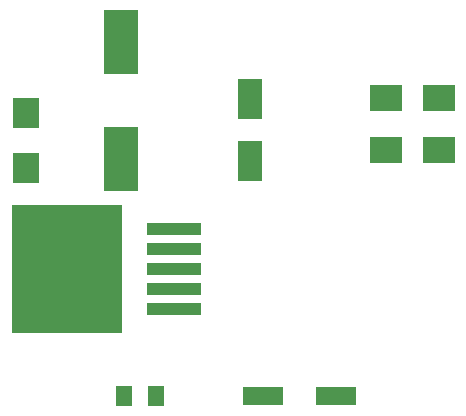
<source format=gtp>
G04*
G04 #@! TF.GenerationSoftware,Altium Limited,Altium Designer,18.1.7 (191)*
G04*
G04 Layer_Color=8421504*
%FSLAX25Y25*%
%MOIN*%
G70*
G01*
G75*
%ADD15R,0.05591X0.07008*%
%ADD16R,0.13386X0.06299*%
%ADD17R,0.08661X0.09843*%
%ADD18R,0.37008X0.42520*%
%ADD19R,0.18110X0.04331*%
%ADD20R,0.11417X0.21260*%
%ADD21R,0.07874X0.13780*%
%ADD22R,0.10800X0.08500*%
D15*
X114843Y114961D02*
D03*
X125315D02*
D03*
D16*
X161024Y114961D02*
D03*
X185433D02*
D03*
D17*
X82284Y209252D02*
D03*
Y190748D02*
D03*
D18*
X95669Y157087D02*
D03*
D19*
X131496Y170472D02*
D03*
Y163779D02*
D03*
Y157087D02*
D03*
Y150394D02*
D03*
Y143701D02*
D03*
D20*
X113780Y193976D02*
D03*
Y232953D02*
D03*
D21*
X156693Y213779D02*
D03*
Y193307D02*
D03*
D22*
X201968Y214133D02*
D03*
Y196733D02*
D03*
X219685D02*
D03*
Y214133D02*
D03*
M02*

</source>
